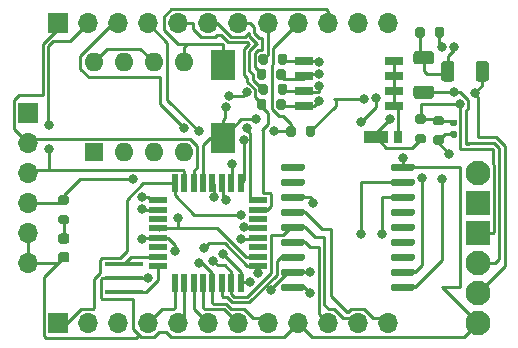
<source format=gbr>
%TF.GenerationSoftware,KiCad,Pcbnew,(5.1.7)-1*%
%TF.CreationDate,2020-10-24T02:10:45+09:00*%
%TF.ProjectId,canboard,63616e62-6f61-4726-942e-6b696361645f,rev?*%
%TF.SameCoordinates,Original*%
%TF.FileFunction,Copper,L1,Top*%
%TF.FilePolarity,Positive*%
%FSLAX46Y46*%
G04 Gerber Fmt 4.6, Leading zero omitted, Abs format (unit mm)*
G04 Created by KiCad (PCBNEW (5.1.7)-1) date 2020-10-24 02:10:45*
%MOMM*%
%LPD*%
G01*
G04 APERTURE LIST*
%TA.AperFunction,ComponentPad*%
%ADD10O,1.700000X1.700000*%
%TD*%
%TA.AperFunction,ComponentPad*%
%ADD11R,1.700000X1.700000*%
%TD*%
%TA.AperFunction,SMDPad,CuDef*%
%ADD12R,2.000000X2.500000*%
%TD*%
%TA.AperFunction,SMDPad,CuDef*%
%ADD13R,3.200000X0.400000*%
%TD*%
%TA.AperFunction,ComponentPad*%
%ADD14O,1.600000X1.600000*%
%TD*%
%TA.AperFunction,ComponentPad*%
%ADD15R,1.600000X1.600000*%
%TD*%
%TA.AperFunction,SMDPad,CuDef*%
%ADD16R,0.550000X1.600000*%
%TD*%
%TA.AperFunction,SMDPad,CuDef*%
%ADD17R,1.600000X0.550000*%
%TD*%
%TA.AperFunction,SMDPad,CuDef*%
%ADD18R,1.600000X0.760000*%
%TD*%
%TA.AperFunction,ComponentPad*%
%ADD19C,2.100000*%
%TD*%
%TA.AperFunction,ComponentPad*%
%ADD20R,2.100000X2.100000*%
%TD*%
%TA.AperFunction,SMDPad,CuDef*%
%ADD21R,2.000000X1.100000*%
%TD*%
%TA.AperFunction,SMDPad,CuDef*%
%ADD22R,0.800000X1.100000*%
%TD*%
%TA.AperFunction,ViaPad*%
%ADD23C,0.800000*%
%TD*%
%TA.AperFunction,Conductor*%
%ADD24C,0.250000*%
%TD*%
G04 APERTURE END LIST*
%TO.P,R9,2*%
%TO.N,Net-(C8-Pad1)*%
%TA.AperFunction,SMDPad,CuDef*%
G36*
G01*
X241891000Y-28427000D02*
X241891000Y-28977000D01*
G75*
G02*
X241691000Y-29177000I-200000J0D01*
G01*
X241291000Y-29177000D01*
G75*
G02*
X241091000Y-28977000I0J200000D01*
G01*
X241091000Y-28427000D01*
G75*
G02*
X241291000Y-28227000I200000J0D01*
G01*
X241691000Y-28227000D01*
G75*
G02*
X241891000Y-28427000I0J-200000D01*
G01*
G37*
%TD.AperFunction*%
%TO.P,R9,1*%
%TO.N,Net-(R9-Pad1)*%
%TA.AperFunction,SMDPad,CuDef*%
G36*
G01*
X243541000Y-28427000D02*
X243541000Y-28977000D01*
G75*
G02*
X243341000Y-29177000I-200000J0D01*
G01*
X242941000Y-29177000D01*
G75*
G02*
X242741000Y-28977000I0J200000D01*
G01*
X242741000Y-28427000D01*
G75*
G02*
X242941000Y-28227000I200000J0D01*
G01*
X243341000Y-28227000D01*
G75*
G02*
X243541000Y-28427000I0J-200000D01*
G01*
G37*
%TD.AperFunction*%
%TD*%
D10*
%TO.P,J2,6*%
%TO.N,GND*%
X208280000Y-48260000D03*
%TO.P,J2,5*%
X208280000Y-45720000D03*
%TO.P,J2,4*%
%TO.N,VCC*%
X208280000Y-43180000D03*
%TO.P,J2,3*%
%TO.N,TXO*%
X208280000Y-40640000D03*
%TO.P,J2,2*%
%TO.N,RXI*%
X208280000Y-38100000D03*
D11*
%TO.P,J2,1*%
%TO.N,DTR*%
X208280000Y-35560000D03*
%TD*%
D12*
%TO.P,SW1,1*%
%TO.N,RESET*%
X224790000Y-37656000D03*
%TO.P,SW1,2*%
%TO.N,GND*%
X224790000Y-31496000D03*
%TD*%
D13*
%TO.P,Y1,3*%
%TO.N,Net-(U1-Pad7)*%
X216408000Y-48330000D03*
%TO.P,Y1,2*%
%TO.N,GND*%
X216408000Y-49530000D03*
%TO.P,Y1,1*%
%TO.N,Net-(U1-Pad8)*%
X216408000Y-50730000D03*
%TD*%
%TO.P,U4,18*%
%TO.N,VCC*%
%TA.AperFunction,SMDPad,CuDef*%
G36*
G01*
X231755000Y-50142000D02*
X231755000Y-50442000D01*
G75*
G02*
X231605000Y-50592000I-150000J0D01*
G01*
X229855000Y-50592000D01*
G75*
G02*
X229705000Y-50442000I0J150000D01*
G01*
X229705000Y-50142000D01*
G75*
G02*
X229855000Y-49992000I150000J0D01*
G01*
X231605000Y-49992000D01*
G75*
G02*
X231755000Y-50142000I0J-150000D01*
G01*
G37*
%TD.AperFunction*%
%TO.P,U4,17*%
%TO.N,Net-(R3-Pad1)*%
%TA.AperFunction,SMDPad,CuDef*%
G36*
G01*
X231755000Y-48872000D02*
X231755000Y-49172000D01*
G75*
G02*
X231605000Y-49322000I-150000J0D01*
G01*
X229855000Y-49322000D01*
G75*
G02*
X229705000Y-49172000I0J150000D01*
G01*
X229705000Y-48872000D01*
G75*
G02*
X229855000Y-48722000I150000J0D01*
G01*
X231605000Y-48722000D01*
G75*
G02*
X231755000Y-48872000I0J-150000D01*
G01*
G37*
%TD.AperFunction*%
%TO.P,U4,16*%
%TO.N,SS*%
%TA.AperFunction,SMDPad,CuDef*%
G36*
G01*
X231755000Y-47602000D02*
X231755000Y-47902000D01*
G75*
G02*
X231605000Y-48052000I-150000J0D01*
G01*
X229855000Y-48052000D01*
G75*
G02*
X229705000Y-47902000I0J150000D01*
G01*
X229705000Y-47602000D01*
G75*
G02*
X229855000Y-47452000I150000J0D01*
G01*
X231605000Y-47452000D01*
G75*
G02*
X231755000Y-47602000I0J-150000D01*
G01*
G37*
%TD.AperFunction*%
%TO.P,U4,15*%
%TO.N,MISO*%
%TA.AperFunction,SMDPad,CuDef*%
G36*
G01*
X231755000Y-46332000D02*
X231755000Y-46632000D01*
G75*
G02*
X231605000Y-46782000I-150000J0D01*
G01*
X229855000Y-46782000D01*
G75*
G02*
X229705000Y-46632000I0J150000D01*
G01*
X229705000Y-46332000D01*
G75*
G02*
X229855000Y-46182000I150000J0D01*
G01*
X231605000Y-46182000D01*
G75*
G02*
X231755000Y-46332000I0J-150000D01*
G01*
G37*
%TD.AperFunction*%
%TO.P,U4,14*%
%TO.N,MOSI*%
%TA.AperFunction,SMDPad,CuDef*%
G36*
G01*
X231755000Y-45062000D02*
X231755000Y-45362000D01*
G75*
G02*
X231605000Y-45512000I-150000J0D01*
G01*
X229855000Y-45512000D01*
G75*
G02*
X229705000Y-45362000I0J150000D01*
G01*
X229705000Y-45062000D01*
G75*
G02*
X229855000Y-44912000I150000J0D01*
G01*
X231605000Y-44912000D01*
G75*
G02*
X231755000Y-45062000I0J-150000D01*
G01*
G37*
%TD.AperFunction*%
%TO.P,U4,13*%
%TO.N,SCK*%
%TA.AperFunction,SMDPad,CuDef*%
G36*
G01*
X231755000Y-43792000D02*
X231755000Y-44092000D01*
G75*
G02*
X231605000Y-44242000I-150000J0D01*
G01*
X229855000Y-44242000D01*
G75*
G02*
X229705000Y-44092000I0J150000D01*
G01*
X229705000Y-43792000D01*
G75*
G02*
X229855000Y-43642000I150000J0D01*
G01*
X231605000Y-43642000D01*
G75*
G02*
X231755000Y-43792000I0J-150000D01*
G01*
G37*
%TD.AperFunction*%
%TO.P,U4,12*%
%TO.N,D2*%
%TA.AperFunction,SMDPad,CuDef*%
G36*
G01*
X231755000Y-42522000D02*
X231755000Y-42822000D01*
G75*
G02*
X231605000Y-42972000I-150000J0D01*
G01*
X229855000Y-42972000D01*
G75*
G02*
X229705000Y-42822000I0J150000D01*
G01*
X229705000Y-42522000D01*
G75*
G02*
X229855000Y-42372000I150000J0D01*
G01*
X231605000Y-42372000D01*
G75*
G02*
X231755000Y-42522000I0J-150000D01*
G01*
G37*
%TD.AperFunction*%
%TO.P,U4,11*%
%TO.N,N/C*%
%TA.AperFunction,SMDPad,CuDef*%
G36*
G01*
X231755000Y-41252000D02*
X231755000Y-41552000D01*
G75*
G02*
X231605000Y-41702000I-150000J0D01*
G01*
X229855000Y-41702000D01*
G75*
G02*
X229705000Y-41552000I0J150000D01*
G01*
X229705000Y-41252000D01*
G75*
G02*
X229855000Y-41102000I150000J0D01*
G01*
X231605000Y-41102000D01*
G75*
G02*
X231755000Y-41252000I0J-150000D01*
G01*
G37*
%TD.AperFunction*%
%TO.P,U4,10*%
%TA.AperFunction,SMDPad,CuDef*%
G36*
G01*
X231755000Y-39982000D02*
X231755000Y-40282000D01*
G75*
G02*
X231605000Y-40432000I-150000J0D01*
G01*
X229855000Y-40432000D01*
G75*
G02*
X229705000Y-40282000I0J150000D01*
G01*
X229705000Y-39982000D01*
G75*
G02*
X229855000Y-39832000I150000J0D01*
G01*
X231605000Y-39832000D01*
G75*
G02*
X231755000Y-39982000I0J-150000D01*
G01*
G37*
%TD.AperFunction*%
%TO.P,U4,9*%
%TO.N,GND*%
%TA.AperFunction,SMDPad,CuDef*%
G36*
G01*
X241055000Y-39982000D02*
X241055000Y-40282000D01*
G75*
G02*
X240905000Y-40432000I-150000J0D01*
G01*
X239155000Y-40432000D01*
G75*
G02*
X239005000Y-40282000I0J150000D01*
G01*
X239005000Y-39982000D01*
G75*
G02*
X239155000Y-39832000I150000J0D01*
G01*
X240905000Y-39832000D01*
G75*
G02*
X241055000Y-39982000I0J-150000D01*
G01*
G37*
%TD.AperFunction*%
%TO.P,U4,8*%
%TO.N,Net-(U4-Pad8)*%
%TA.AperFunction,SMDPad,CuDef*%
G36*
G01*
X241055000Y-41252000D02*
X241055000Y-41552000D01*
G75*
G02*
X240905000Y-41702000I-150000J0D01*
G01*
X239155000Y-41702000D01*
G75*
G02*
X239005000Y-41552000I0J150000D01*
G01*
X239005000Y-41252000D01*
G75*
G02*
X239155000Y-41102000I150000J0D01*
G01*
X240905000Y-41102000D01*
G75*
G02*
X241055000Y-41252000I0J-150000D01*
G01*
G37*
%TD.AperFunction*%
%TO.P,U4,7*%
%TO.N,Net-(U4-Pad7)*%
%TA.AperFunction,SMDPad,CuDef*%
G36*
G01*
X241055000Y-42522000D02*
X241055000Y-42822000D01*
G75*
G02*
X240905000Y-42972000I-150000J0D01*
G01*
X239155000Y-42972000D01*
G75*
G02*
X239005000Y-42822000I0J150000D01*
G01*
X239005000Y-42522000D01*
G75*
G02*
X239155000Y-42372000I150000J0D01*
G01*
X240905000Y-42372000D01*
G75*
G02*
X241055000Y-42522000I0J-150000D01*
G01*
G37*
%TD.AperFunction*%
%TO.P,U4,6*%
%TO.N,N/C*%
%TA.AperFunction,SMDPad,CuDef*%
G36*
G01*
X241055000Y-43792000D02*
X241055000Y-44092000D01*
G75*
G02*
X240905000Y-44242000I-150000J0D01*
G01*
X239155000Y-44242000D01*
G75*
G02*
X239005000Y-44092000I0J150000D01*
G01*
X239005000Y-43792000D01*
G75*
G02*
X239155000Y-43642000I150000J0D01*
G01*
X240905000Y-43642000D01*
G75*
G02*
X241055000Y-43792000I0J-150000D01*
G01*
G37*
%TD.AperFunction*%
%TO.P,U4,5*%
%TA.AperFunction,SMDPad,CuDef*%
G36*
G01*
X241055000Y-45062000D02*
X241055000Y-45362000D01*
G75*
G02*
X240905000Y-45512000I-150000J0D01*
G01*
X239155000Y-45512000D01*
G75*
G02*
X239005000Y-45362000I0J150000D01*
G01*
X239005000Y-45062000D01*
G75*
G02*
X239155000Y-44912000I150000J0D01*
G01*
X240905000Y-44912000D01*
G75*
G02*
X241055000Y-45062000I0J-150000D01*
G01*
G37*
%TD.AperFunction*%
%TO.P,U4,4*%
%TA.AperFunction,SMDPad,CuDef*%
G36*
G01*
X241055000Y-46332000D02*
X241055000Y-46632000D01*
G75*
G02*
X240905000Y-46782000I-150000J0D01*
G01*
X239155000Y-46782000D01*
G75*
G02*
X239005000Y-46632000I0J150000D01*
G01*
X239005000Y-46332000D01*
G75*
G02*
X239155000Y-46182000I150000J0D01*
G01*
X240905000Y-46182000D01*
G75*
G02*
X241055000Y-46332000I0J-150000D01*
G01*
G37*
%TD.AperFunction*%
%TO.P,U4,3*%
%TA.AperFunction,SMDPad,CuDef*%
G36*
G01*
X241055000Y-47602000D02*
X241055000Y-47902000D01*
G75*
G02*
X240905000Y-48052000I-150000J0D01*
G01*
X239155000Y-48052000D01*
G75*
G02*
X239005000Y-47902000I0J150000D01*
G01*
X239005000Y-47602000D01*
G75*
G02*
X239155000Y-47452000I150000J0D01*
G01*
X240905000Y-47452000D01*
G75*
G02*
X241055000Y-47602000I0J-150000D01*
G01*
G37*
%TD.AperFunction*%
%TO.P,U4,2*%
%TO.N,Net-(U4-Pad2)*%
%TA.AperFunction,SMDPad,CuDef*%
G36*
G01*
X241055000Y-48872000D02*
X241055000Y-49172000D01*
G75*
G02*
X240905000Y-49322000I-150000J0D01*
G01*
X239155000Y-49322000D01*
G75*
G02*
X239005000Y-49172000I0J150000D01*
G01*
X239005000Y-48872000D01*
G75*
G02*
X239155000Y-48722000I150000J0D01*
G01*
X240905000Y-48722000D01*
G75*
G02*
X241055000Y-48872000I0J-150000D01*
G01*
G37*
%TD.AperFunction*%
%TO.P,U4,1*%
%TO.N,Net-(U4-Pad1)*%
%TA.AperFunction,SMDPad,CuDef*%
G36*
G01*
X241055000Y-50142000D02*
X241055000Y-50442000D01*
G75*
G02*
X240905000Y-50592000I-150000J0D01*
G01*
X239155000Y-50592000D01*
G75*
G02*
X239005000Y-50442000I0J150000D01*
G01*
X239005000Y-50142000D01*
G75*
G02*
X239155000Y-49992000I150000J0D01*
G01*
X240905000Y-49992000D01*
G75*
G02*
X241055000Y-50142000I0J-150000D01*
G01*
G37*
%TD.AperFunction*%
%TD*%
D14*
%TO.P,U3,8*%
%TO.N,VCC*%
X213868000Y-31242000D03*
%TO.P,U3,4*%
%TO.N,MISO*%
X221488000Y-38862000D03*
%TO.P,U3,7*%
%TO.N,N/C*%
X216408000Y-31242000D03*
%TO.P,U3,3*%
%TO.N,MOSI*%
X218948000Y-38862000D03*
%TO.P,U3,6*%
%TO.N,VCC*%
X218948000Y-31242000D03*
%TO.P,U3,2*%
%TO.N,SCK*%
X216408000Y-38862000D03*
%TO.P,U3,5*%
%TO.N,GND*%
X221488000Y-31242000D03*
D15*
%TO.P,U3,1*%
%TO.N,D9*%
X213868000Y-38862000D03*
%TD*%
D16*
%TO.P,U1,32*%
%TO.N,D2*%
X220720000Y-41470000D03*
%TO.P,U1,31*%
%TO.N,TXO*%
X221520000Y-41470000D03*
%TO.P,U1,30*%
%TO.N,RXI*%
X222320000Y-41470000D03*
%TO.P,U1,29*%
%TO.N,RESET*%
X223120000Y-41470000D03*
%TO.P,U1,28*%
%TO.N,SCL*%
X223920000Y-41470000D03*
%TO.P,U1,27*%
%TO.N,SDA*%
X224720000Y-41470000D03*
%TO.P,U1,26*%
%TO.N,A3*%
X225520000Y-41470000D03*
%TO.P,U1,25*%
%TO.N,A2*%
X226320000Y-41470000D03*
D17*
%TO.P,U1,24*%
%TO.N,A1*%
X227770000Y-42920000D03*
%TO.P,U1,23*%
%TO.N,A0*%
X227770000Y-43720000D03*
%TO.P,U1,22*%
%TO.N,N/C*%
X227770000Y-44520000D03*
%TO.P,U1,21*%
%TO.N,GND*%
X227770000Y-45320000D03*
%TO.P,U1,20*%
%TO.N,Net-(C1-Pad1)*%
X227770000Y-46120000D03*
%TO.P,U1,19*%
%TO.N,N/C*%
X227770000Y-46920000D03*
%TO.P,U1,18*%
%TO.N,VCC*%
X227770000Y-47720000D03*
%TO.P,U1,17*%
%TO.N,SCK*%
X227770000Y-48520000D03*
D16*
%TO.P,U1,16*%
%TO.N,MISO*%
X226320000Y-49970000D03*
%TO.P,U1,15*%
%TO.N,MOSI*%
X225520000Y-49970000D03*
%TO.P,U1,14*%
%TO.N,SS*%
X224720000Y-49970000D03*
%TO.P,U1,13*%
%TO.N,D9*%
X223920000Y-49970000D03*
%TO.P,U1,12*%
%TO.N,D8*%
X223120000Y-49970000D03*
%TO.P,U1,11*%
%TO.N,D7*%
X222320000Y-49970000D03*
%TO.P,U1,10*%
%TO.N,D6*%
X221520000Y-49970000D03*
%TO.P,U1,9*%
%TO.N,D5*%
X220720000Y-49970000D03*
D17*
%TO.P,U1,8*%
%TO.N,Net-(U1-Pad8)*%
X219270000Y-48520000D03*
%TO.P,U1,7*%
%TO.N,Net-(U1-Pad7)*%
X219270000Y-47720000D03*
%TO.P,U1,6*%
%TO.N,N/C*%
X219270000Y-46920000D03*
%TO.P,U1,5*%
%TO.N,GND*%
X219270000Y-46120000D03*
%TO.P,U1,4*%
%TO.N,VCC*%
X219270000Y-45320000D03*
%TO.P,U1,3*%
%TO.N,N/C*%
X219270000Y-44520000D03*
%TO.P,U1,2*%
%TO.N,D4*%
X219270000Y-43720000D03*
%TO.P,U1,1*%
%TO.N,D3*%
X219270000Y-42920000D03*
%TD*%
D18*
%TO.P,SW2,8*%
%TO.N,Net-(D3-Pad2)*%
X239268000Y-31115000D03*
%TO.P,SW2,4*%
%TO.N,Net-(R15-Pad2)*%
X231648000Y-34925000D03*
%TO.P,SW2,7*%
%TO.N,Net-(D3-Pad2)*%
X239268000Y-32385000D03*
%TO.P,SW2,3*%
%TO.N,Net-(R14-Pad2)*%
X231648000Y-33655000D03*
%TO.P,SW2,6*%
%TO.N,Net-(D3-Pad2)*%
X239268000Y-33655000D03*
%TO.P,SW2,2*%
%TO.N,Net-(R13-Pad2)*%
X231648000Y-32385000D03*
%TO.P,SW2,5*%
%TO.N,Net-(D3-Pad2)*%
X239268000Y-34925000D03*
%TO.P,SW2,1*%
%TO.N,Net-(R12-Pad2)*%
X231648000Y-31115000D03*
%TD*%
%TO.P,R18,2*%
%TO.N,VCC*%
%TA.AperFunction,SMDPad,CuDef*%
G36*
G01*
X241829000Y-36468000D02*
X241279000Y-36468000D01*
G75*
G02*
X241079000Y-36268000I0J200000D01*
G01*
X241079000Y-35868000D01*
G75*
G02*
X241279000Y-35668000I200000J0D01*
G01*
X241829000Y-35668000D01*
G75*
G02*
X242029000Y-35868000I0J-200000D01*
G01*
X242029000Y-36268000D01*
G75*
G02*
X241829000Y-36468000I-200000J0D01*
G01*
G37*
%TD.AperFunction*%
%TO.P,R18,1*%
%TA.AperFunction,SMDPad,CuDef*%
G36*
G01*
X241829000Y-38118000D02*
X241279000Y-38118000D01*
G75*
G02*
X241079000Y-37918000I0J200000D01*
G01*
X241079000Y-37518000D01*
G75*
G02*
X241279000Y-37318000I200000J0D01*
G01*
X241829000Y-37318000D01*
G75*
G02*
X242029000Y-37518000I0J-200000D01*
G01*
X242029000Y-37918000D01*
G75*
G02*
X241829000Y-38118000I-200000J0D01*
G01*
G37*
%TD.AperFunction*%
%TD*%
%TO.P,R16,2*%
%TO.N,GND*%
%TA.AperFunction,SMDPad,CuDef*%
G36*
G01*
X242803000Y-37446000D02*
X243353000Y-37446000D01*
G75*
G02*
X243553000Y-37646000I0J-200000D01*
G01*
X243553000Y-38046000D01*
G75*
G02*
X243353000Y-38246000I-200000J0D01*
G01*
X242803000Y-38246000D01*
G75*
G02*
X242603000Y-38046000I0J200000D01*
G01*
X242603000Y-37646000D01*
G75*
G02*
X242803000Y-37446000I200000J0D01*
G01*
G37*
%TD.AperFunction*%
%TO.P,R16,1*%
%TO.N,VCC*%
%TA.AperFunction,SMDPad,CuDef*%
G36*
G01*
X242803000Y-35796000D02*
X243353000Y-35796000D01*
G75*
G02*
X243553000Y-35996000I0J-200000D01*
G01*
X243553000Y-36396000D01*
G75*
G02*
X243353000Y-36596000I-200000J0D01*
G01*
X242803000Y-36596000D01*
G75*
G02*
X242603000Y-36396000I0J200000D01*
G01*
X242603000Y-35996000D01*
G75*
G02*
X242803000Y-35796000I200000J0D01*
G01*
G37*
%TD.AperFunction*%
%TD*%
%TO.P,R15,2*%
%TO.N,Net-(R15-Pad2)*%
%TA.AperFunction,SMDPad,CuDef*%
G36*
G01*
X229342000Y-35073000D02*
X229342000Y-34523000D01*
G75*
G02*
X229542000Y-34323000I200000J0D01*
G01*
X229942000Y-34323000D01*
G75*
G02*
X230142000Y-34523000I0J-200000D01*
G01*
X230142000Y-35073000D01*
G75*
G02*
X229942000Y-35273000I-200000J0D01*
G01*
X229542000Y-35273000D01*
G75*
G02*
X229342000Y-35073000I0J200000D01*
G01*
G37*
%TD.AperFunction*%
%TO.P,R15,1*%
%TO.N,A0*%
%TA.AperFunction,SMDPad,CuDef*%
G36*
G01*
X227692000Y-35073000D02*
X227692000Y-34523000D01*
G75*
G02*
X227892000Y-34323000I200000J0D01*
G01*
X228292000Y-34323000D01*
G75*
G02*
X228492000Y-34523000I0J-200000D01*
G01*
X228492000Y-35073000D01*
G75*
G02*
X228292000Y-35273000I-200000J0D01*
G01*
X227892000Y-35273000D01*
G75*
G02*
X227692000Y-35073000I0J200000D01*
G01*
G37*
%TD.AperFunction*%
%TD*%
%TO.P,R14,2*%
%TO.N,Net-(R14-Pad2)*%
%TA.AperFunction,SMDPad,CuDef*%
G36*
G01*
X229470000Y-33803000D02*
X229470000Y-33253000D01*
G75*
G02*
X229670000Y-33053000I200000J0D01*
G01*
X230070000Y-33053000D01*
G75*
G02*
X230270000Y-33253000I0J-200000D01*
G01*
X230270000Y-33803000D01*
G75*
G02*
X230070000Y-34003000I-200000J0D01*
G01*
X229670000Y-34003000D01*
G75*
G02*
X229470000Y-33803000I0J200000D01*
G01*
G37*
%TD.AperFunction*%
%TO.P,R14,1*%
%TO.N,A1*%
%TA.AperFunction,SMDPad,CuDef*%
G36*
G01*
X227820000Y-33803000D02*
X227820000Y-33253000D01*
G75*
G02*
X228020000Y-33053000I200000J0D01*
G01*
X228420000Y-33053000D01*
G75*
G02*
X228620000Y-33253000I0J-200000D01*
G01*
X228620000Y-33803000D01*
G75*
G02*
X228420000Y-34003000I-200000J0D01*
G01*
X228020000Y-34003000D01*
G75*
G02*
X227820000Y-33803000I0J200000D01*
G01*
G37*
%TD.AperFunction*%
%TD*%
%TO.P,R13,2*%
%TO.N,Net-(R13-Pad2)*%
%TA.AperFunction,SMDPad,CuDef*%
G36*
G01*
X229342000Y-32533000D02*
X229342000Y-31983000D01*
G75*
G02*
X229542000Y-31783000I200000J0D01*
G01*
X229942000Y-31783000D01*
G75*
G02*
X230142000Y-31983000I0J-200000D01*
G01*
X230142000Y-32533000D01*
G75*
G02*
X229942000Y-32733000I-200000J0D01*
G01*
X229542000Y-32733000D01*
G75*
G02*
X229342000Y-32533000I0J200000D01*
G01*
G37*
%TD.AperFunction*%
%TO.P,R13,1*%
%TO.N,A2*%
%TA.AperFunction,SMDPad,CuDef*%
G36*
G01*
X227692000Y-32533000D02*
X227692000Y-31983000D01*
G75*
G02*
X227892000Y-31783000I200000J0D01*
G01*
X228292000Y-31783000D01*
G75*
G02*
X228492000Y-31983000I0J-200000D01*
G01*
X228492000Y-32533000D01*
G75*
G02*
X228292000Y-32733000I-200000J0D01*
G01*
X227892000Y-32733000D01*
G75*
G02*
X227692000Y-32533000I0J200000D01*
G01*
G37*
%TD.AperFunction*%
%TD*%
%TO.P,R12,2*%
%TO.N,Net-(R12-Pad2)*%
%TA.AperFunction,SMDPad,CuDef*%
G36*
G01*
X229470000Y-31263000D02*
X229470000Y-30713000D01*
G75*
G02*
X229670000Y-30513000I200000J0D01*
G01*
X230070000Y-30513000D01*
G75*
G02*
X230270000Y-30713000I0J-200000D01*
G01*
X230270000Y-31263000D01*
G75*
G02*
X230070000Y-31463000I-200000J0D01*
G01*
X229670000Y-31463000D01*
G75*
G02*
X229470000Y-31263000I0J200000D01*
G01*
G37*
%TD.AperFunction*%
%TO.P,R12,1*%
%TO.N,A3*%
%TA.AperFunction,SMDPad,CuDef*%
G36*
G01*
X227820000Y-31263000D02*
X227820000Y-30713000D01*
G75*
G02*
X228020000Y-30513000I200000J0D01*
G01*
X228420000Y-30513000D01*
G75*
G02*
X228620000Y-30713000I0J-200000D01*
G01*
X228620000Y-31263000D01*
G75*
G02*
X228420000Y-31463000I-200000J0D01*
G01*
X228020000Y-31463000D01*
G75*
G02*
X227820000Y-31263000I0J200000D01*
G01*
G37*
%TD.AperFunction*%
%TD*%
%TO.P,R10,1*%
%TO.N,Net-(C8-Pad1)*%
%TA.AperFunction,SMDPad,CuDef*%
G36*
G01*
X243277500Y-32629001D02*
X243277500Y-31378999D01*
G75*
G02*
X243527499Y-31129000I249999J0D01*
G01*
X244152501Y-31129000D01*
G75*
G02*
X244402500Y-31378999I0J-249999D01*
G01*
X244402500Y-32629001D01*
G75*
G02*
X244152501Y-32879000I-249999J0D01*
G01*
X243527499Y-32879000D01*
G75*
G02*
X243277500Y-32629001I0J249999D01*
G01*
G37*
%TD.AperFunction*%
%TO.P,R10,2*%
%TO.N,Net-(J6-Pad3)*%
%TA.AperFunction,SMDPad,CuDef*%
G36*
G01*
X246202500Y-32629001D02*
X246202500Y-31378999D01*
G75*
G02*
X246452499Y-31129000I249999J0D01*
G01*
X247077501Y-31129000D01*
G75*
G02*
X247327500Y-31378999I0J-249999D01*
G01*
X247327500Y-32629001D01*
G75*
G02*
X247077501Y-32879000I-249999J0D01*
G01*
X246452499Y-32879000D01*
G75*
G02*
X246202500Y-32629001I0J249999D01*
G01*
G37*
%TD.AperFunction*%
%TD*%
%TO.P,R8,2*%
%TO.N,Net-(C8-Pad1)*%
%TA.AperFunction,SMDPad,CuDef*%
G36*
G01*
X242433001Y-31419500D02*
X241182999Y-31419500D01*
G75*
G02*
X240933000Y-31169501I0J249999D01*
G01*
X240933000Y-30544499D01*
G75*
G02*
X241182999Y-30294500I249999J0D01*
G01*
X242433001Y-30294500D01*
G75*
G02*
X242683000Y-30544499I0J-249999D01*
G01*
X242683000Y-31169501D01*
G75*
G02*
X242433001Y-31419500I-249999J0D01*
G01*
G37*
%TD.AperFunction*%
%TO.P,R8,1*%
%TO.N,Net-(J6-Pad2)*%
%TA.AperFunction,SMDPad,CuDef*%
G36*
G01*
X242433001Y-34344500D02*
X241182999Y-34344500D01*
G75*
G02*
X240933000Y-34094501I0J249999D01*
G01*
X240933000Y-33469499D01*
G75*
G02*
X241182999Y-33219500I249999J0D01*
G01*
X242433001Y-33219500D01*
G75*
G02*
X242683000Y-33469499I0J-249999D01*
G01*
X242683000Y-34094501D01*
G75*
G02*
X242433001Y-34344500I-249999J0D01*
G01*
G37*
%TD.AperFunction*%
%TD*%
%TO.P,R2,2*%
%TO.N,Net-(D1-Pad2)*%
%TA.AperFunction,SMDPad,CuDef*%
G36*
G01*
X211053000Y-44176000D02*
X211603000Y-44176000D01*
G75*
G02*
X211803000Y-44376000I0J-200000D01*
G01*
X211803000Y-44776000D01*
G75*
G02*
X211603000Y-44976000I-200000J0D01*
G01*
X211053000Y-44976000D01*
G75*
G02*
X210853000Y-44776000I0J200000D01*
G01*
X210853000Y-44376000D01*
G75*
G02*
X211053000Y-44176000I200000J0D01*
G01*
G37*
%TD.AperFunction*%
%TO.P,R2,1*%
%TO.N,VCC*%
%TA.AperFunction,SMDPad,CuDef*%
G36*
G01*
X211053000Y-42526000D02*
X211603000Y-42526000D01*
G75*
G02*
X211803000Y-42726000I0J-200000D01*
G01*
X211803000Y-43126000D01*
G75*
G02*
X211603000Y-43326000I-200000J0D01*
G01*
X211053000Y-43326000D01*
G75*
G02*
X210853000Y-43126000I0J200000D01*
G01*
X210853000Y-42726000D01*
G75*
G02*
X211053000Y-42526000I200000J0D01*
G01*
G37*
%TD.AperFunction*%
%TD*%
%TO.P,R1,2*%
%TO.N,RESET*%
%TA.AperFunction,SMDPad,CuDef*%
G36*
G01*
X230969000Y-36809000D02*
X230969000Y-37359000D01*
G75*
G02*
X230769000Y-37559000I-200000J0D01*
G01*
X230369000Y-37559000D01*
G75*
G02*
X230169000Y-37359000I0J200000D01*
G01*
X230169000Y-36809000D01*
G75*
G02*
X230369000Y-36609000I200000J0D01*
G01*
X230769000Y-36609000D01*
G75*
G02*
X230969000Y-36809000I0J-200000D01*
G01*
G37*
%TD.AperFunction*%
%TO.P,R1,1*%
%TO.N,VCC*%
%TA.AperFunction,SMDPad,CuDef*%
G36*
G01*
X232619000Y-36809000D02*
X232619000Y-37359000D01*
G75*
G02*
X232419000Y-37559000I-200000J0D01*
G01*
X232019000Y-37559000D01*
G75*
G02*
X231819000Y-37359000I0J200000D01*
G01*
X231819000Y-36809000D01*
G75*
G02*
X232019000Y-36609000I200000J0D01*
G01*
X232419000Y-36609000D01*
G75*
G02*
X232619000Y-36809000I0J-200000D01*
G01*
G37*
%TD.AperFunction*%
%TD*%
D19*
%TO.P,J6,4*%
%TO.N,GND*%
X246380000Y-53340000D03*
%TO.P,J6,3*%
%TO.N,Net-(J6-Pad3)*%
X246380000Y-50800000D03*
%TO.P,J6,2*%
%TO.N,Net-(J6-Pad2)*%
X246380000Y-48260000D03*
D20*
%TO.P,J6,1*%
%TO.N,VCC*%
X246380000Y-45720000D03*
%TD*%
D19*
%TO.P,J4,2*%
%TO.N,SDA*%
X246380000Y-40640000D03*
D20*
%TO.P,J4,1*%
%TO.N,SCL*%
X246380000Y-43180000D03*
%TD*%
D10*
%TO.P,J3,12*%
%TO.N,12VIN*%
X238760000Y-27940000D03*
%TO.P,J3,11*%
%TO.N,VCC*%
X236220000Y-27940000D03*
%TO.P,J3,10*%
%TO.N,GND*%
X233680000Y-27940000D03*
%TO.P,J3,9*%
%TO.N,RESET*%
X231140000Y-27940000D03*
%TO.P,J3,8*%
%TO.N,A3*%
X228600000Y-27940000D03*
%TO.P,J3,7*%
%TO.N,A2*%
X226060000Y-27940000D03*
%TO.P,J3,6*%
%TO.N,A1*%
X223520000Y-27940000D03*
%TO.P,J3,5*%
%TO.N,A0*%
X220980000Y-27940000D03*
%TO.P,J3,4*%
%TO.N,SDA*%
X218440000Y-27940000D03*
%TO.P,J3,3*%
%TO.N,SCL*%
X215900000Y-27940000D03*
%TO.P,J3,2*%
%TO.N,TXO*%
X213360000Y-27940000D03*
D11*
%TO.P,J3,1*%
%TO.N,RXI*%
X210820000Y-27940000D03*
%TD*%
D10*
%TO.P,J1,12*%
%TO.N,SCK*%
X238760000Y-53340000D03*
%TO.P,J1,11*%
%TO.N,MOSI*%
X236220000Y-53340000D03*
%TO.P,J1,10*%
%TO.N,MISO*%
X233680000Y-53340000D03*
%TO.P,J1,9*%
%TO.N,GND*%
X231140000Y-53340000D03*
%TO.P,J1,8*%
%TO.N,D9*%
X228600000Y-53340000D03*
%TO.P,J1,7*%
%TO.N,D8*%
X226060000Y-53340000D03*
%TO.P,J1,6*%
%TO.N,D7*%
X223520000Y-53340000D03*
%TO.P,J1,5*%
%TO.N,D6*%
X220980000Y-53340000D03*
%TO.P,J1,4*%
%TO.N,D5*%
X218440000Y-53340000D03*
%TO.P,J1,3*%
%TO.N,D4*%
X215900000Y-53340000D03*
%TO.P,J1,2*%
%TO.N,D3*%
X213360000Y-53340000D03*
D11*
%TO.P,J1,1*%
%TO.N,D2*%
X210820000Y-53340000D03*
%TD*%
D21*
%TO.P,D3,1*%
%TO.N,VCC*%
X237744000Y-37592000D03*
D22*
%TO.P,D3,2*%
%TO.N,Net-(D3-Pad2)*%
X239644000Y-37592000D03*
%TD*%
%TO.P,D1,2*%
%TO.N,Net-(D1-Pad2)*%
%TA.AperFunction,SMDPad,CuDef*%
G36*
G01*
X211584250Y-46614500D02*
X211071750Y-46614500D01*
G75*
G02*
X210853000Y-46395750I0J218750D01*
G01*
X210853000Y-45958250D01*
G75*
G02*
X211071750Y-45739500I218750J0D01*
G01*
X211584250Y-45739500D01*
G75*
G02*
X211803000Y-45958250I0J-218750D01*
G01*
X211803000Y-46395750D01*
G75*
G02*
X211584250Y-46614500I-218750J0D01*
G01*
G37*
%TD.AperFunction*%
%TO.P,D1,1*%
%TO.N,GND*%
%TA.AperFunction,SMDPad,CuDef*%
G36*
G01*
X211584250Y-48189500D02*
X211071750Y-48189500D01*
G75*
G02*
X210853000Y-47970750I0J218750D01*
G01*
X210853000Y-47533250D01*
G75*
G02*
X211071750Y-47314500I218750J0D01*
G01*
X211584250Y-47314500D01*
G75*
G02*
X211803000Y-47533250I0J-218750D01*
G01*
X211803000Y-47970750D01*
G75*
G02*
X211584250Y-48189500I-218750J0D01*
G01*
G37*
%TD.AperFunction*%
%TD*%
%TO.P,C7,2*%
%TO.N,GND*%
%TA.AperFunction,SMDPad,CuDef*%
G36*
G01*
X244178000Y-37058000D02*
X244518000Y-37058000D01*
G75*
G02*
X244658000Y-37198000I0J-140000D01*
G01*
X244658000Y-37478000D01*
G75*
G02*
X244518000Y-37618000I-140000J0D01*
G01*
X244178000Y-37618000D01*
G75*
G02*
X244038000Y-37478000I0J140000D01*
G01*
X244038000Y-37198000D01*
G75*
G02*
X244178000Y-37058000I140000J0D01*
G01*
G37*
%TD.AperFunction*%
%TO.P,C7,1*%
%TO.N,VCC*%
%TA.AperFunction,SMDPad,CuDef*%
G36*
G01*
X244178000Y-36098000D02*
X244518000Y-36098000D01*
G75*
G02*
X244658000Y-36238000I0J-140000D01*
G01*
X244658000Y-36518000D01*
G75*
G02*
X244518000Y-36658000I-140000J0D01*
G01*
X244178000Y-36658000D01*
G75*
G02*
X244038000Y-36518000I0J140000D01*
G01*
X244038000Y-36238000D01*
G75*
G02*
X244178000Y-36098000I140000J0D01*
G01*
G37*
%TD.AperFunction*%
%TD*%
D23*
%TO.N,GND*%
X218436347Y-49526347D03*
X217932000Y-46228000D03*
X226553575Y-45226963D03*
X220726000Y-47244000D03*
X240030000Y-39370000D03*
X243971653Y-38993653D03*
%TO.N,Net-(C1-Pad1)*%
X226314000Y-46228000D03*
%TO.N,VCC*%
X238919000Y-36068000D03*
X232156000Y-50800000D03*
X236728000Y-34366002D03*
X217174653Y-41143347D03*
X220980000Y-44450000D03*
X244856000Y-34798000D03*
%TO.N,RESET*%
X225044000Y-35052000D03*
X227584000Y-36068000D03*
X229108000Y-37084000D03*
%TO.N,Net-(C8-Pad1)*%
X244348000Y-29972000D03*
%TO.N,Net-(C9-Pad1)*%
X237744000Y-34290000D03*
X236474000Y-36322000D03*
%TO.N,D9*%
X222758000Y-48260000D03*
%TO.N,D4*%
X217932000Y-43688000D03*
%TO.N,D3*%
X217932000Y-42687997D03*
%TO.N,D2*%
X226314000Y-44196000D03*
X232410000Y-43180000D03*
%TO.N,SCL*%
X221483347Y-36834653D03*
X224013037Y-42686425D03*
%TO.N,SDA*%
X222758000Y-37084000D03*
X225044000Y-42926000D03*
%TO.N,TXO*%
X210058000Y-36576000D03*
X210058000Y-38608000D03*
%TO.N,A3*%
X225552000Y-39878000D03*
%TO.N,A2*%
X226563347Y-37841347D03*
%TO.N,A1*%
X225335000Y-34095276D03*
X226822000Y-33782000D03*
X226822000Y-36830000D03*
%TO.N,SCK*%
X227815456Y-49109240D03*
X223232949Y-46990000D03*
%TO.N,MISO*%
X227108348Y-49816348D03*
X224790000Y-47498000D03*
%TO.N,MOSI*%
X223957949Y-48052701D03*
%TO.N,Net-(J6-Pad3)*%
X246126000Y-33849235D03*
%TO.N,Net-(J6-Pad2)*%
X244348000Y-33782000D03*
%TO.N,Net-(R3-Pad1)*%
X228854000Y-50546000D03*
X232156000Y-49022000D03*
%TO.N,Net-(R15-Pad2)*%
X232918000Y-34544000D03*
%TO.N,Net-(R14-Pad2)*%
X232918000Y-33274000D03*
%TO.N,Net-(R13-Pad2)*%
X232918000Y-32258000D03*
%TO.N,Net-(R12-Pad2)*%
X232918000Y-31242000D03*
%TO.N,Net-(R9-Pad1)*%
X243332000Y-29972000D03*
%TO.N,Net-(U4-Pad8)*%
X236474000Y-45826011D03*
%TO.N,Net-(U4-Pad7)*%
X238252000Y-45826011D03*
%TO.N,Net-(U4-Pad2)*%
X241681138Y-41032659D03*
%TO.N,Net-(U4-Pad1)*%
X243332000Y-41148000D03*
%TD*%
D24*
%TO.N,GND*%
X224790000Y-31496000D02*
X224790000Y-29720820D01*
X219804999Y-28542999D02*
X219804999Y-27375999D01*
X220982820Y-29720820D02*
X219804999Y-28542999D01*
X224790000Y-29720820D02*
X223014820Y-29720820D01*
X223014820Y-29720820D02*
X222760820Y-29720820D01*
X220415999Y-26764999D02*
X233520999Y-26764999D01*
X219804999Y-27375999D02*
X220415999Y-26764999D01*
X233680000Y-26924000D02*
X233680000Y-27940000D01*
X233520999Y-26764999D02*
X233680000Y-26924000D01*
X245204999Y-54515001D02*
X246380000Y-53340000D01*
X232315001Y-54515001D02*
X245204999Y-54515001D01*
X231140000Y-53340000D02*
X232315001Y-54515001D01*
X214482999Y-51190001D02*
X214547999Y-51255001D01*
X214482999Y-49605001D02*
X214482999Y-51190001D01*
X214558000Y-49530000D02*
X214482999Y-49605001D01*
X216408000Y-49530000D02*
X214558000Y-49530000D01*
X214831001Y-51255001D02*
X214884000Y-51308000D01*
X214547999Y-51255001D02*
X214831001Y-51255001D01*
X214884000Y-51308000D02*
X217170000Y-51308000D01*
X220415999Y-54515001D02*
X229964999Y-54515001D01*
X220002998Y-54102000D02*
X220415999Y-54515001D01*
X219417002Y-54102000D02*
X220002998Y-54102000D01*
X219004001Y-54515001D02*
X219417002Y-54102000D01*
X229964999Y-54515001D02*
X231140000Y-53340000D01*
X217875999Y-54515001D02*
X219004001Y-54515001D01*
X217170000Y-51308000D02*
X217170000Y-53809002D01*
X218432694Y-49530000D02*
X218436347Y-49526347D01*
X216408000Y-49530000D02*
X218432694Y-49530000D01*
X218040000Y-46120000D02*
X217932000Y-46228000D01*
X219270000Y-46120000D02*
X218040000Y-46120000D01*
X240030000Y-40132000D02*
X240030000Y-39116000D01*
X226646612Y-45320000D02*
X226553575Y-45226963D01*
X227770000Y-45320000D02*
X226646612Y-45320000D01*
X221488000Y-29972000D02*
X221739180Y-29720820D01*
X221488000Y-31242000D02*
X221488000Y-29972000D01*
X221739180Y-29720820D02*
X220982820Y-29720820D01*
X223014820Y-29720820D02*
X221739180Y-29720820D01*
X208280000Y-45720000D02*
X208280000Y-48260000D01*
X210820000Y-48260000D02*
X211328000Y-47752000D01*
X208280000Y-48260000D02*
X210820000Y-48260000D01*
X217424000Y-54610000D02*
X217697499Y-54336501D01*
X209804998Y-54610000D02*
X217424000Y-54610000D01*
X209644999Y-54450001D02*
X209804998Y-54610000D01*
X209644999Y-49435001D02*
X209644999Y-54450001D01*
X211328000Y-47752000D02*
X209644999Y-49435001D01*
X217697499Y-54336501D02*
X217875999Y-54515001D01*
X217170000Y-53809002D02*
X217697499Y-54336501D01*
X220167685Y-46120000D02*
X219270000Y-46120000D01*
X220726000Y-46678315D02*
X220167685Y-46120000D01*
X220726000Y-47244000D02*
X220726000Y-46678315D01*
X243332000Y-50292000D02*
X246380000Y-53340000D01*
X244856000Y-40132000D02*
X244856000Y-50292000D01*
X240030000Y-40132000D02*
X244856000Y-40132000D01*
X243332000Y-50292000D02*
X244856000Y-50292000D01*
X243078000Y-38100000D02*
X243971653Y-38993653D01*
X243078000Y-37846000D02*
X243078000Y-38100000D01*
X243586000Y-37338000D02*
X243078000Y-37846000D01*
X244348000Y-37338000D02*
X243586000Y-37338000D01*
%TO.N,Net-(C1-Pad1)*%
X227662000Y-46228000D02*
X227770000Y-46120000D01*
X226314000Y-46228000D02*
X227662000Y-46228000D01*
%TO.N,VCC*%
X237744000Y-37243000D02*
X238919000Y-36068000D01*
X237744000Y-37592000D02*
X237744000Y-37243000D01*
X219416000Y-45466000D02*
X219270000Y-45320000D01*
X234365998Y-34937002D02*
X232219000Y-37084000D01*
X234365998Y-34366002D02*
X234365998Y-34937002D01*
X236728000Y-34366002D02*
X234365998Y-34366002D01*
X234365998Y-34366002D02*
X234188000Y-34366002D01*
X217822999Y-30116999D02*
X218948000Y-31242000D01*
X214993001Y-30116999D02*
X217822999Y-30116999D01*
X213868000Y-31242000D02*
X214993001Y-30116999D01*
X226732998Y-47720000D02*
X227770000Y-47720000D01*
X224332998Y-45320000D02*
X226732998Y-47720000D01*
X219270000Y-45320000D02*
X224332998Y-45320000D01*
X211074000Y-43180000D02*
X211328000Y-42926000D01*
X208280000Y-43180000D02*
X211074000Y-43180000D01*
X240804999Y-38467001D02*
X241554000Y-37718000D01*
X238619001Y-38467001D02*
X240804999Y-38467001D01*
X237744000Y-37592000D02*
X238619001Y-38467001D01*
X247680000Y-45720000D02*
X246380000Y-45720000D01*
X247755001Y-39979999D02*
X247755001Y-45644999D01*
X247755001Y-45644999D02*
X247680000Y-45720000D01*
X212710653Y-41143347D02*
X217174653Y-41143347D01*
X211328000Y-42526000D02*
X212710653Y-41143347D01*
X211328000Y-42926000D02*
X211328000Y-42526000D01*
X220980000Y-44450000D02*
X220980000Y-45212000D01*
X231648000Y-50292000D02*
X232156000Y-50800000D01*
X230730000Y-50292000D02*
X231648000Y-50292000D01*
X241554000Y-36068000D02*
X241554000Y-34798000D01*
X241554000Y-34798000D02*
X244856000Y-34798000D01*
X244856000Y-34798000D02*
X244856000Y-38608000D01*
X244856000Y-38608000D02*
X247650000Y-38608000D01*
X247650000Y-39874998D02*
X247755001Y-39979999D01*
X247650000Y-38608000D02*
X247650000Y-39874998D01*
X242950000Y-36068000D02*
X243078000Y-36196000D01*
X241554000Y-36068000D02*
X242950000Y-36068000D01*
X244166000Y-36196000D02*
X244348000Y-36378000D01*
X243078000Y-36196000D02*
X244166000Y-36196000D01*
%TO.N,RESET*%
X228945010Y-31480468D02*
X228945010Y-35162468D01*
X229050008Y-31375470D02*
X228945010Y-31480468D01*
X229050010Y-30029990D02*
X229050008Y-31375470D01*
X231140000Y-27940000D02*
X229050010Y-30029990D01*
X225310020Y-37656000D02*
X224790000Y-37656000D01*
X223120000Y-41470000D02*
X223120000Y-38246000D01*
X223710000Y-37656000D02*
X224790000Y-37656000D01*
X223120000Y-38246000D02*
X223710000Y-37656000D01*
X225645002Y-36800998D02*
X224790000Y-37656000D01*
X224790000Y-36156000D02*
X224790000Y-37656000D01*
X228945010Y-35162468D02*
X228945010Y-35218488D01*
X230569000Y-36483998D02*
X230569000Y-37084000D01*
X229899002Y-35814000D02*
X230569000Y-36483998D01*
X229540522Y-35814000D02*
X229899002Y-35814000D01*
X224961000Y-35135000D02*
X225044000Y-35052000D01*
X224961000Y-35985000D02*
X224961000Y-35135000D01*
X224961000Y-35985000D02*
X224790000Y-36156000D01*
X224790000Y-37656000D02*
X225488000Y-37656000D01*
X228945010Y-35218488D02*
X229540522Y-35814000D01*
X224790000Y-37656000D02*
X226378000Y-36068000D01*
X226378000Y-36068000D02*
X226822000Y-36068000D01*
X226822000Y-36068000D02*
X227330000Y-36068000D01*
X227330000Y-36068000D02*
X227584000Y-36068000D01*
X229108000Y-37084000D02*
X230569000Y-37084000D01*
%TO.N,Net-(C8-Pad1)*%
X241808000Y-30857000D02*
X241808000Y-32004000D01*
X242062000Y-32258000D02*
X243963000Y-32258000D01*
X241808000Y-32004000D02*
X242062000Y-32258000D01*
X241491000Y-30540000D02*
X241808000Y-30857000D01*
X241491000Y-28702000D02*
X241491000Y-30540000D01*
X244348000Y-29972000D02*
X244348000Y-30226000D01*
X243840000Y-30734000D02*
X243840000Y-32004000D01*
X244348000Y-30226000D02*
X243840000Y-30734000D01*
%TO.N,Net-(C9-Pad1)*%
X237744000Y-35052000D02*
X236474000Y-36322000D01*
X237744000Y-34290000D02*
X237744000Y-35052000D01*
%TO.N,Net-(D1-Pad2)*%
X211328000Y-44576000D02*
X211328000Y-46177000D01*
%TO.N,Net-(D3-Pad2)*%
X239268000Y-34925000D02*
X239268000Y-33655000D01*
X239268000Y-33655000D02*
X239268000Y-32385000D01*
X239268000Y-31115000D02*
X239268000Y-32385000D01*
X239268000Y-34925000D02*
X239903000Y-34925000D01*
X239644000Y-35184000D02*
X239644000Y-37592000D01*
X239903000Y-34925000D02*
X239644000Y-35184000D01*
%TO.N,D9*%
X223920000Y-49970000D02*
X223920000Y-51606989D01*
X223920000Y-51606989D02*
X224028001Y-51714990D01*
X228130998Y-52870998D02*
X228600000Y-53340000D01*
X227330000Y-52870998D02*
X228130998Y-52870998D01*
X224028001Y-51714990D02*
X225071400Y-51714990D01*
X226624001Y-52164999D02*
X227330000Y-52870998D01*
X225521409Y-52164999D02*
X226624001Y-52164999D01*
X225071400Y-51714990D02*
X225521409Y-52164999D01*
X223920000Y-49109998D02*
X223920000Y-49970000D01*
X223070002Y-48260000D02*
X223920000Y-49109998D01*
X222758000Y-48260000D02*
X223070002Y-48260000D01*
%TO.N,D8*%
X223120000Y-49970000D02*
X223120000Y-52018999D01*
X224884999Y-52164999D02*
X226060000Y-53340000D01*
X223266000Y-52164999D02*
X224884999Y-52164999D01*
X223120000Y-52018999D02*
X223266000Y-52164999D01*
%TO.N,D7*%
X222320000Y-52140000D02*
X223520000Y-53340000D01*
X222320000Y-49970000D02*
X222320000Y-52140000D01*
%TO.N,D6*%
X221520000Y-52800000D02*
X220980000Y-53340000D01*
X221520000Y-49970000D02*
X221520000Y-52800000D01*
%TO.N,D5*%
X220720000Y-49970000D02*
X220720000Y-52064000D01*
X219615001Y-52164999D02*
X218440000Y-53340000D01*
X220619001Y-52164999D02*
X219615001Y-52164999D01*
X220720000Y-52064000D02*
X220619001Y-52164999D01*
%TO.N,D4*%
X217964000Y-43720000D02*
X217932000Y-43688000D01*
X219270000Y-43720000D02*
X217964000Y-43720000D01*
%TO.N,D3*%
X218497685Y-42687997D02*
X218694000Y-42884312D01*
X217932000Y-42687997D02*
X218497685Y-42687997D01*
X219234312Y-42884312D02*
X219270000Y-42920000D01*
X218694000Y-42884312D02*
X219234312Y-42884312D01*
%TO.N,D2*%
X216101001Y-47804999D02*
X214547999Y-47804999D01*
X214547999Y-47804999D02*
X214371599Y-47981399D01*
X216662000Y-47244000D02*
X216101001Y-47804999D01*
X216662000Y-42884995D02*
X216662000Y-47244000D01*
X218076995Y-41470000D02*
X216662000Y-42884995D01*
X220720000Y-41470000D02*
X218076995Y-41470000D01*
X214371599Y-49079991D02*
X213868000Y-49583590D01*
X214371599Y-47981399D02*
X214371599Y-49079991D01*
X213773001Y-52164999D02*
X212795999Y-52164999D01*
X213868000Y-52070000D02*
X213773001Y-52164999D01*
X213868000Y-49583590D02*
X213868000Y-52070000D01*
X211620998Y-53340000D02*
X210820000Y-53340000D01*
X212795999Y-52164999D02*
X211620998Y-53340000D01*
X226277001Y-44159001D02*
X226314000Y-44196000D01*
X222359001Y-44159001D02*
X226277001Y-44159001D01*
X220720000Y-42520000D02*
X222359001Y-44159001D01*
X220720000Y-41470000D02*
X220720000Y-42520000D01*
X232410000Y-43180000D02*
X232410000Y-42926000D01*
X232156000Y-42672000D02*
X230730000Y-42672000D01*
X232410000Y-42926000D02*
X232156000Y-42672000D01*
%TO.N,SCL*%
X212742999Y-31782001D02*
X213472998Y-32512000D01*
X212742999Y-30701999D02*
X212742999Y-31782001D01*
X215504998Y-27940000D02*
X212742999Y-30701999D01*
X215900000Y-27940000D02*
X215504998Y-27940000D01*
X213472998Y-32512000D02*
X219456000Y-32512000D01*
X219456000Y-34807306D02*
X221483347Y-36834653D01*
X219456000Y-32512000D02*
X219456000Y-34807306D01*
X224013037Y-41563037D02*
X223920000Y-41470000D01*
X224013037Y-42686425D02*
X224013037Y-41563037D01*
%TO.N,SDA*%
X220073001Y-34399001D02*
X222758000Y-37084000D01*
X220073001Y-29573001D02*
X220073001Y-34399001D01*
X218440000Y-27940000D02*
X220073001Y-29573001D01*
X224790000Y-41540000D02*
X224720000Y-41470000D01*
X225044000Y-42926000D02*
X224790000Y-42926000D01*
X224790000Y-42926000D02*
X224790000Y-41540000D01*
%TO.N,RXI*%
X210820000Y-27940000D02*
X210820000Y-28448000D01*
X210820000Y-28448000D02*
X209550000Y-29718000D01*
X209550000Y-29718000D02*
X209550000Y-34036000D01*
X207104999Y-36924999D02*
X208280000Y-38100000D01*
X207104999Y-34449999D02*
X207104999Y-36924999D01*
X207518998Y-34036000D02*
X207104999Y-34449999D01*
X209550000Y-34036000D02*
X207518998Y-34036000D01*
X222320000Y-40420000D02*
X222320000Y-41470000D01*
X222613001Y-40126999D02*
X222320000Y-40420000D01*
X222613001Y-38321999D02*
X222613001Y-40126999D01*
X222028001Y-37736999D02*
X222613001Y-38321999D01*
X208643001Y-37736999D02*
X222028001Y-37736999D01*
X208280000Y-38100000D02*
X208643001Y-37736999D01*
%TO.N,TXO*%
X213360000Y-27940000D02*
X211836000Y-29464000D01*
X211836000Y-29464000D02*
X210440410Y-29464000D01*
X210440410Y-29464000D02*
X210000010Y-29904400D01*
X221520000Y-40420000D02*
X221520000Y-41470000D01*
X221444999Y-40344999D02*
X221520000Y-40420000D01*
X208280000Y-40640000D02*
X208575001Y-40344999D01*
X210000010Y-36518010D02*
X210058000Y-36576000D01*
X210000010Y-29904400D02*
X210000010Y-36518010D01*
X210058000Y-38608000D02*
X210058000Y-40303998D01*
X210099001Y-40344999D02*
X221444999Y-40344999D01*
X210058000Y-40303998D02*
X210099001Y-40344999D01*
X208575001Y-40344999D02*
X210099001Y-40344999D01*
%TO.N,A3*%
X228600000Y-30608000D02*
X228220000Y-30988000D01*
X228600000Y-27940000D02*
X228600000Y-30608000D01*
X225552000Y-41438000D02*
X225520000Y-41470000D01*
X225552000Y-39878000D02*
X225552000Y-41438000D01*
%TO.N,A2*%
X227494990Y-30495532D02*
X227494990Y-31660990D01*
X228149990Y-30187990D02*
X227802532Y-30187990D01*
X228149990Y-29267990D02*
X228149990Y-30187990D01*
X228092000Y-29210000D02*
X228149990Y-29267990D01*
X227838000Y-29210000D02*
X228092000Y-29210000D01*
X227802532Y-30187990D02*
X227494990Y-30495532D01*
X227424999Y-28796999D02*
X227838000Y-29210000D01*
X227424999Y-28288999D02*
X227424999Y-28796999D01*
X227494990Y-31660990D02*
X228092000Y-32258000D01*
X227076000Y-27940000D02*
X227424999Y-28288999D01*
X226060000Y-27940000D02*
X227076000Y-27940000D01*
X226563347Y-41226653D02*
X226320000Y-41470000D01*
X226563347Y-37841347D02*
X226563347Y-41226653D01*
%TO.N,A1*%
X223520000Y-27940000D02*
X224282000Y-27940000D01*
X226662999Y-29115001D02*
X226974989Y-28803011D01*
X225457001Y-29115001D02*
X226662999Y-29115001D01*
X224282000Y-27940000D02*
X225457001Y-29115001D01*
X226974989Y-28803011D02*
X226974990Y-28983400D01*
X226974990Y-28983400D02*
X227699980Y-29708390D01*
X227699980Y-29708390D02*
X227699980Y-29737980D01*
X227616131Y-29737981D02*
X227044980Y-30309132D01*
X227699980Y-29737980D02*
X227616131Y-29737981D01*
X228144522Y-33528000D02*
X228220000Y-33528000D01*
X227330000Y-32713478D02*
X228144522Y-33528000D01*
X227330000Y-32258000D02*
X227330000Y-32713478D01*
X227044980Y-31972980D02*
X227330000Y-32258000D01*
X227044980Y-30309132D02*
X227044980Y-31972980D01*
X227076000Y-37270000D02*
X227076000Y-42920000D01*
X226508724Y-34095276D02*
X226822000Y-33782000D01*
X225335000Y-34095276D02*
X226508724Y-34095276D01*
X226822000Y-37016000D02*
X227076000Y-37270000D01*
X226822000Y-36830000D02*
X226822000Y-37016000D01*
%TO.N,A0*%
X227494990Y-33514878D02*
X227494990Y-34200990D01*
X226879991Y-32899879D02*
X227494990Y-33514878D01*
X222250000Y-28409002D02*
X222955999Y-29115001D01*
X224282000Y-28956000D02*
X224661590Y-28956000D01*
X227494990Y-34200990D02*
X228092000Y-34798000D01*
X224661590Y-28956000D02*
X225270601Y-29565011D01*
X224122999Y-29115001D02*
X224282000Y-28956000D01*
X226879990Y-32569990D02*
X226879991Y-32899879D01*
X222250000Y-27940000D02*
X222250000Y-28409002D01*
X225270601Y-29565011D02*
X226849399Y-29565011D01*
X226849399Y-29565011D02*
X227001045Y-29716657D01*
X220980000Y-27940000D02*
X222250000Y-27940000D01*
X222955999Y-29115001D02*
X224122999Y-29115001D01*
X227001045Y-29716657D02*
X226594970Y-30122732D01*
X226594970Y-30122732D02*
X226594970Y-32284970D01*
X226594970Y-32284970D02*
X226879990Y-32569990D01*
X228092000Y-36955590D02*
X228220010Y-37083600D01*
X228220010Y-37083600D02*
X228220010Y-42319999D01*
X228830001Y-42319999D02*
X228895001Y-42384999D01*
X228220010Y-42319999D02*
X228830001Y-42319999D01*
X228895001Y-42384999D02*
X228895001Y-43392999D01*
X228568000Y-43720000D02*
X227770000Y-43720000D01*
X228895001Y-43392999D02*
X228568000Y-43720000D01*
X228092000Y-34798000D02*
X228092000Y-35052000D01*
X228092000Y-35052000D02*
X228600000Y-35560000D01*
X228600000Y-36447590D02*
X228092000Y-36955590D01*
X228600000Y-35560000D02*
X228600000Y-36447590D01*
%TO.N,SCK*%
X238290998Y-52870998D02*
X238760000Y-53340000D01*
X237490000Y-52870998D02*
X238290998Y-52870998D01*
X236784001Y-52164999D02*
X237490000Y-52870998D01*
X235655999Y-52164999D02*
X236784001Y-52164999D01*
X235400010Y-52420988D02*
X235655999Y-52164999D01*
X235300988Y-52420988D02*
X235400010Y-52420988D01*
X231755000Y-43942000D02*
X233172000Y-45359000D01*
X230730000Y-43942000D02*
X231755000Y-43942000D01*
X227770000Y-49063784D02*
X227815456Y-49109240D01*
X227770000Y-48520000D02*
X227770000Y-49063784D01*
X233172000Y-45359000D02*
X233934000Y-45359000D01*
X233934000Y-51054000D02*
X234442000Y-51562000D01*
X233934000Y-45359000D02*
X233934000Y-51054000D01*
X234442000Y-51562000D02*
X234950000Y-52070000D01*
X234950000Y-52070000D02*
X235300988Y-52420988D01*
X234567591Y-51687591D02*
X234950000Y-52070000D01*
X226885002Y-48520000D02*
X227770000Y-48520000D01*
X224955003Y-46590001D02*
X226885002Y-48520000D01*
X223632948Y-46590001D02*
X224955003Y-46590001D01*
X223232949Y-46990000D02*
X223632948Y-46590001D01*
%TO.N,MISO*%
X233172000Y-53340000D02*
X233680000Y-53340000D01*
X226473652Y-49816348D02*
X226320000Y-49970000D01*
X227108348Y-49816348D02*
X226473652Y-49816348D01*
X232918000Y-52578000D02*
X233680000Y-53340000D01*
X232918000Y-46883000D02*
X232918000Y-52578000D01*
X232156000Y-46883000D02*
X232918000Y-46883000D01*
X231755000Y-46482000D02*
X232156000Y-46883000D01*
X230730000Y-46482000D02*
X231755000Y-46482000D01*
X221488000Y-38862000D02*
X221234000Y-38862000D01*
X226320000Y-49028000D02*
X226320000Y-49970000D01*
X224790000Y-47498000D02*
X226320000Y-49028000D01*
%TO.N,MOSI*%
X228895001Y-45855001D02*
X229910999Y-45855001D01*
X229910999Y-45855001D02*
X230554000Y-45212000D01*
X228895001Y-49055001D02*
X228895001Y-45855001D01*
X226855001Y-51095001D02*
X228895001Y-49055001D01*
X225784999Y-51095001D02*
X226855001Y-51095001D01*
X225520000Y-50830002D02*
X225784999Y-51095001D01*
X225520000Y-49970000D02*
X225520000Y-50830002D01*
X234950000Y-52870998D02*
X235750998Y-52870998D01*
X235750998Y-52870998D02*
X236220000Y-53340000D01*
X234216602Y-52137600D02*
X234950000Y-52870998D01*
X231755000Y-45212000D02*
X232606010Y-46063010D01*
X230730000Y-45212000D02*
X231755000Y-45212000D01*
X233368010Y-46063010D02*
X232606010Y-46063010D01*
X233747600Y-52137600D02*
X234216602Y-52137600D01*
X233368010Y-51758010D02*
X233747600Y-52137600D01*
X233368010Y-51365990D02*
X233368010Y-51758010D01*
X233368010Y-46063010D02*
X233368010Y-51365990D01*
X224357948Y-48452700D02*
X224982700Y-48452700D01*
X223957949Y-48052701D02*
X224357948Y-48452700D01*
X225520000Y-48990000D02*
X225520000Y-49970000D01*
X224982700Y-48452700D02*
X225520000Y-48990000D01*
%TO.N,Net-(J6-Pad3)*%
X248655020Y-38340200D02*
X247906820Y-37592000D01*
X248655020Y-48524980D02*
X248655020Y-38340200D01*
X246380000Y-50800000D02*
X248655020Y-48524980D01*
X247906820Y-37592000D02*
X246380000Y-37592000D01*
X246380000Y-34223692D02*
X246005543Y-33849235D01*
X246380000Y-37592000D02*
X246380000Y-34223692D01*
X246765000Y-33210235D02*
X246126000Y-33849235D01*
X246765000Y-32004000D02*
X246765000Y-33210235D01*
%TO.N,Net-(J6-Pad2)*%
X241808000Y-33782000D02*
X244348000Y-33782000D01*
X248205011Y-38526601D02*
X247778410Y-38100000D01*
X248205011Y-47919913D02*
X248205011Y-38526601D01*
X247864924Y-48260000D02*
X248205011Y-47919913D01*
X246380000Y-48260000D02*
X247864924Y-48260000D01*
X245618000Y-38100000D02*
X245560010Y-38157990D01*
X247778410Y-38100000D02*
X245618000Y-38100000D01*
X244913002Y-33782000D02*
X244348000Y-33782000D01*
X245581001Y-35146001D02*
X245581001Y-34449999D01*
X245364000Y-35363002D02*
X245581001Y-35146001D01*
X245364000Y-38100000D02*
X245364000Y-35363002D01*
X245421990Y-38157990D02*
X245364000Y-38100000D01*
X245581001Y-34449999D02*
X244913002Y-33782000D01*
X245560010Y-38157990D02*
X245421990Y-38157990D01*
%TO.N,Net-(R3-Pad1)*%
X230303232Y-49022000D02*
X228959859Y-50365373D01*
X228959859Y-50365373D02*
X228959859Y-50651859D01*
X230730000Y-49022000D02*
X230303232Y-49022000D01*
X230730000Y-49022000D02*
X232156000Y-49022000D01*
%TO.N,Net-(R15-Pad2)*%
X229869000Y-34925000D02*
X229742000Y-34798000D01*
X231648000Y-34925000D02*
X229869000Y-34925000D01*
X232537000Y-34925000D02*
X231648000Y-34925000D01*
X232918000Y-34544000D02*
X232537000Y-34925000D01*
%TO.N,Net-(R14-Pad2)*%
X229997000Y-33655000D02*
X229870000Y-33528000D01*
X231648000Y-33655000D02*
X229997000Y-33655000D01*
X232918000Y-33274000D02*
X232918000Y-33782000D01*
X231775000Y-33782000D02*
X231648000Y-33655000D01*
X232918000Y-33782000D02*
X231775000Y-33782000D01*
%TO.N,Net-(R13-Pad2)*%
X229869000Y-32385000D02*
X229742000Y-32258000D01*
X231648000Y-32639000D02*
X229869000Y-32639000D01*
X231775000Y-32258000D02*
X231648000Y-32385000D01*
X232918000Y-32258000D02*
X231775000Y-32258000D01*
%TO.N,Net-(R12-Pad2)*%
X229997000Y-31115000D02*
X229870000Y-30988000D01*
X231648000Y-31115000D02*
X229997000Y-31115000D01*
X232791000Y-31115000D02*
X232918000Y-31242000D01*
X231648000Y-31115000D02*
X232791000Y-31115000D01*
%TO.N,Net-(R9-Pad1)*%
X243141000Y-29781000D02*
X243332000Y-29972000D01*
X243141000Y-28702000D02*
X243141000Y-29781000D01*
%TO.N,SS*%
X227041402Y-51545010D02*
X229362000Y-49224412D01*
X225598599Y-51545011D02*
X227041402Y-51545010D01*
X225148589Y-51095001D02*
X225598599Y-51545011D01*
X224795001Y-51095001D02*
X225148589Y-51095001D01*
X224720000Y-51020000D02*
X224795001Y-51095001D01*
X224720000Y-49970000D02*
X224720000Y-51020000D01*
X229705000Y-47752000D02*
X230730000Y-47752000D01*
X229362000Y-48095000D02*
X229705000Y-47752000D01*
X229362000Y-49224412D02*
X229362000Y-48095000D01*
%TO.N,Net-(U1-Pad8)*%
X218258000Y-50730000D02*
X216408000Y-50730000D01*
X219270000Y-49718000D02*
X218258000Y-50730000D01*
X219270000Y-48520000D02*
X219270000Y-49718000D01*
%TO.N,Net-(U1-Pad7)*%
X217018000Y-47720000D02*
X216408000Y-48330000D01*
X219270000Y-47720000D02*
X217018000Y-47720000D01*
%TO.N,Net-(U4-Pad8)*%
X236474000Y-41402000D02*
X240030000Y-41402000D01*
X236474000Y-45826011D02*
X236474000Y-41402000D01*
%TO.N,Net-(U4-Pad7)*%
X238252000Y-45826011D02*
X238252000Y-42672000D01*
X238252000Y-42672000D02*
X240030000Y-42672000D01*
%TO.N,Net-(U4-Pad2)*%
X241681138Y-48395862D02*
X241681138Y-41032659D01*
X241055000Y-49022000D02*
X241681138Y-48395862D01*
X240030000Y-49022000D02*
X241055000Y-49022000D01*
%TO.N,Net-(U4-Pad1)*%
X241055000Y-50292000D02*
X240030000Y-50292000D01*
X243332000Y-48015000D02*
X241055000Y-50292000D01*
X243332000Y-41148000D02*
X243332000Y-48015000D01*
%TD*%
M02*

</source>
